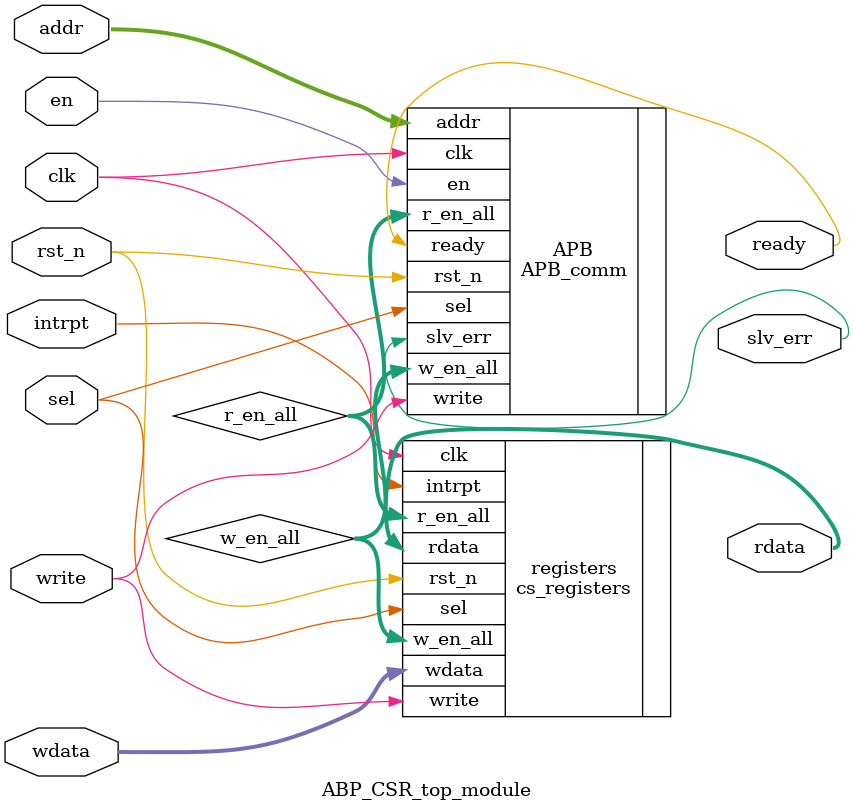
<source format=v>
module ABP_CSR_top_module (
clk,
rst_n,
addr,
sel,
en,
write,
slv_err,
ready,
wdata,
rdata,
intrpt
);

/*
`include "cs_registers.v"
`include "APB_comm.v"
*/

parameter ADDRESS_SIZE      = 32;
parameter REG_NUMBER        = 5;       //How many registers we have (assume all of them can be read)
parameter ADDR_BASE         = 4;
parameter BASE_BIT          = 8;
parameter WRITE_REG_NUMBER  = 3;       //How many registers we can write on
parameter REG_WIDTH         = 8;
parameter TYPE_DEFAULT      = 8'hAF;  //TYPE register default value
parameter RANDOM_DEFAULT    = 8'hAF;  //TYPE register default value


input                       clk;
input                       rst_n;
input [(ADDRESS_SIZE -1):0] addr;
input                       sel;
input                       en;
input                       write;
input [(REG_WIDTH-1) :0]    wdata;
input                       intrpt;

output [(REG_WIDTH-1) :0]   rdata;
output                      slv_err;
output                      ready;



wire [(WRITE_REG_NUMBER-1) :0] w_en_all;
wire [(REG_NUMBER-1) :0]       r_en_all;



APB_comm #(.ADDRESS_SIZE(ADDRESS_SIZE),
           .REG_NUMBER(REG_NUMBER),
           .ADDR_BASE(ADDR_BASE),
           .BASE_BIT(BASE_BIT),
           .WRITE_REG_NUMBER(WRITE_REG_NUMBER))
        APB(.clk(clk),
            .rst_n(rst_n),
            .addr(addr),
            .sel(sel),
            .en(en),
            .write(write),
            .slv_err(slv_err),
            .ready(ready),
            .w_en_all(w_en_all),
            .r_en_all(r_en_all)
            );



cs_registers #(.REG_WIDTH(REG_WIDTH),
               .TYPE_DEFAULT(TYPE_DEFAULT),
               .RANDOM_DEFAULT(RANDOM_DEFAULT),
               .WRITE_REG_NUMBER(WRITE_REG_NUMBER),
			   .REG_NUMBER(REG_NUMBER))
  registers(.clk(clk),
            .rst_n(rst_n),
            .sel(sel),
            .write(write),
            .w_en_all(w_en_all),
            .r_en_all(r_en_all),
            .wdata(wdata),
            .rdata(rdata),
            .intrpt(intrpt)
            );




endmodule

</source>
